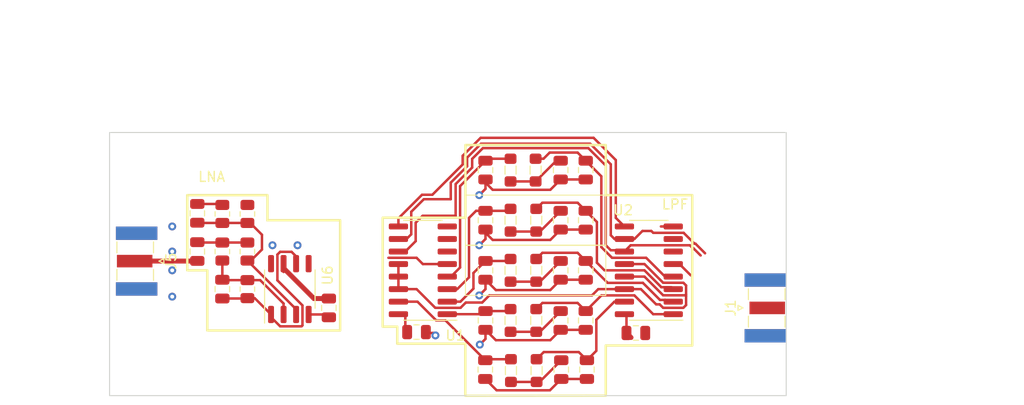
<source format=kicad_pcb>
(kicad_pcb (version 20240108) (generator "pcbnew") (generator_version "8.0")
  (layers (0 "F.Cu" signal) (31 "B.Cu" signal) (34 "B.Paste" user) (35 "F.Paste" user) (36 "B.SilkS" user "B.Silkscreen") (37 "F.SilkS" user "F.Silkscreen") (38 "B.Mask" user) (39 "F.Mask" user) (44 "Edge.Cuts" user))
  (net 0 "")
  (net 1 "+5V")
  (net 2 "GND")
  (net 3 "LPF_16_30_A")
  (net 4 "LPF_8_16_A")
  (net 5 "Net-(C7-Pad2)")
  (net 6 "LPF_8_16_B")
  (net 7 "Net-(C12-Pad2)")
  (net 8 "LPF_4_8_A")
  (net 9 "Net-(C14-Pad2)")
  (net 10 "LPF_4_8_B")
  (net 11 "LPF_2_4_A")
  (net 12 "LPF_16_30_B")
  (net 13 "Net-(C21-Pad2)")
  (net 14 "LPF_2_4_B")
  (net 16 "Net-(J1-In)")
  (net 17 "LPF_1_2_A")
  (net 19 "BAND_2")
  (net 20 "BAND_1")
  (net 21 "BAND_0")
  (net 23 "Net-(C37-Pad2)")
  (net 24 "LPF_1_2_B")
  (net 25 "Net-(U1-I5)")
  (net 26 "Net-(J5-In)")
  (net 27 "Net-(C1-Pad1)")
  (net 28 "Net-(U6--)")
  (net 29 "RF_PREAMP")
  (net 30 "Net-(U6-+)")
  (footprint "Resistor_SMD:R_0805_2012Metric" (layer "F.Cu") (at 97.79 131.445 -90)
    (property "Reference" "R11" (hide yes))
    (property "Value" "220")
    (pad "1" smd roundrect (at -0.9125 0 270) (size 1.025 1.4) (layers "F.Cu" "F.Paste" "F.Mask") (roundrect_rratio 0.243902439) (net 28 "Net-(U6--)"))
    (pad "2" smd roundrect (at 0.9125 0 270) (size 1.025 1.4) (layers "F.Cu" "F.Paste" "F.Mask") (roundrect_rratio 0.243902439) (net 29 "RF_PREAMP"))
  )
  (footprint "Capacitor_SMD:C_0805_2012Metric" (layer "F.Cu") (at 129.6 139.6 90)
    (property "Reference" "C37" (hide yes))
    (property "Value" "4.7n")
    (pad "1" smd roundrect (at -0.95 0 90) (size 1 1.45) (layers "F.Cu" "F.Paste" "F.Mask") (net 2 "GND"))
    (pad "2" smd roundrect (at 0.95 0 90) (size 1 1.45) (layers "F.Cu" "F.Paste" "F.Mask") (net 23 "Net-(C37-Pad2)"))
  )
  (footprint "Capacitor_SMD:C_0805_2012Metric" (layer "F.Cu") (at 121.92 129.54 90)
    (property "Reference" "C13" (hide yes))
    (property "Value" "1n")
    (pad "1" smd roundrect (at -0.95 0 90) (size 1 1.45) (layers "F.Cu" "F.Paste" "F.Mask") (net 2 "GND"))
    (pad "2" smd roundrect (at 0.95 0 90) (size 1 1.45) (layers "F.Cu" "F.Paste" "F.Mask") (net 8 "LPF_4_8_A"))
  )
  (footprint "Inductor_SMD:L_0805_2012Metric_Pad1.05x1.20mm_HandSolder" (layer "F.Cu") (at 124.46 134.62 90)
    (property "Reference" "L6" (hide yes))
    (property "Value" "2.2u")
    (pad "1" smd roundrect (at -1.15 0 90) (size 1.05 1.2) (layers "F.Cu" "F.Paste" "F.Mask") (roundrect_rratio 0.2380952381) (net 13 "Net-(C21-Pad2)"))
    (pad "2" smd roundrect (at 1.15 0 90) (size 1.05 1.2) (layers "F.Cu" "F.Paste" "F.Mask") (roundrect_rratio 0.2380952381) (net 11 "LPF_2_4_A"))
  )
  (footprint "Capacitor_SMD:C_0805_2012Metric" (layer "F.Cu") (at 121.92 119.38 90)
    (property "Reference" "C8" (hide yes))
    (property "Value" "330pF")
    (pad "1" smd roundrect (at -0.95 0 90) (size 1 1.45) (layers "F.Cu" "F.Paste" "F.Mask") (net 2 "GND"))
    (pad "2" smd roundrect (at 0.95 0 90) (size 1 1.45) (layers "F.Cu" "F.Paste" "F.Mask") (net 3 "LPF_16_30_A"))
  )
  (footprint "Capacitor_SMD:C_0805_2012Metric" (layer "F.Cu") (at 132.08 134.62 90)
    (property "Reference" "C22" (hide yes))
    (property "Value" "1.5n")
    (pad "1" smd roundrect (at -0.95 0 90) (size 1 1.45) (layers "F.Cu" "F.Paste" "F.Mask") (net 2 "GND"))
    (pad "2" smd roundrect (at 0.95 0 90) (size 1 1.45) (layers "F.Cu" "F.Paste" "F.Mask") (net 14 "LPF_2_4_B"))
  )
  (footprint "Inductor_SMD:L_0805_2012Metric_Pad1.05x1.20mm_HandSolder" (layer "F.Cu") (at 127.065 124.46 -90)
    (property "Reference" "L2" (hide yes))
    (property "Value" "330n")
    (pad "1" smd roundrect (at -1.15 0 270) (size 1.05 1.2) (layers "F.Cu" "F.Paste" "F.Mask") (roundrect_rratio 0.2380952381) (net 6 "LPF_8_16_B"))
    (pad "2" smd roundrect (at 1.15 0 270) (size 1.05 1.2) (layers "F.Cu" "F.Paste" "F.Mask") (roundrect_rratio 0.2380952381) (net 5 "Net-(C7-Pad2)"))
  )
  (footprint "Capacitor_SMD:C_0805_2012Metric" (layer "F.Cu") (at 132.08 119.38 90)
    (property "Reference" "C16" (hide yes))
    (property "Value" "330p")
    (pad "1" smd roundrect (at -0.95 0 90) (size 1 1.45) (layers "F.Cu" "F.Paste" "F.Mask") (net 2 "GND"))
    (pad "2" smd roundrect (at 0.95 0 90) (size 1 1.45) (layers "F.Cu" "F.Paste" "F.Mask") (net 12 "LPF_16_30_B"))
  )
  (footprint "Inductor_SMD:L_0805_2012Metric_Pad1.05x1.20mm_HandSolder" (layer "F.Cu") (at 127.065 134.62 -90)
    (property "Reference" "L7" (hide yes))
    (property "Value" "2.2u")
    (pad "1" smd roundrect (at -1.15 0 270) (size 1.05 1.2) (layers "F.Cu" "F.Paste" "F.Mask") (roundrect_rratio 0.2380952381) (net 14 "LPF_2_4_B"))
    (pad "2" smd roundrect (at 1.15 0 270) (size 1.05 1.2) (layers "F.Cu" "F.Paste" "F.Mask") (roundrect_rratio 0.2380952381) (net 13 "Net-(C21-Pad2)"))
  )
  (footprint "Capacitor_SMD:C_0805_2012Metric" (layer "F.Cu") (at 95.25 131.445 -90)
    (property "Reference" "C5" (hide yes))
    (property "Value" "22p")
    (pad "1" smd roundrect (at -0.95 0 270) (size 1 1.45) (layers "F.Cu" "F.Paste" "F.Mask") (net 28 "Net-(U6--)"))
    (pad "2" smd roundrect (at 0.95 0 270) (size 1 1.45) (layers "F.Cu" "F.Paste" "F.Mask") (net 29 "RF_PREAMP"))
  )
  (footprint "Inductor_SMD:L_0805_2012Metric_Pad1.05x1.20mm_HandSolder" (layer "F.Cu") (at 124.46 119.38 90)
    (property "Reference" "L13" (hide yes))
    (property "Value" "220n")
    (pad "1" smd roundrect (at -1.15 0 90) (size 1.05 1.2) (layers "F.Cu" "F.Paste" "F.Mask") (roundrect_rratio 0.2380952381) (net 7 "Net-(C12-Pad2)"))
    (pad "2" smd roundrect (at 1.15 0 90) (size 1.05 1.2) (layers "F.Cu" "F.Paste" "F.Mask") (roundrect_rratio 0.2380952381) (net 3 "LPF_16_30_A"))
  )
  (footprint "Package_SO:SO-8_3.9x4.9mm_P1.27mm" (layer "F.Cu") (at 102.09 131.44 90)
    (property "Reference" "U6" (at 1.392 3.828 90) (layer "F.SilkS"))
    (property "Value" "LTC6226xS8")
    (pad "1" smd roundrect (at -2.575 -1.905 90) (size 1.75 0.6) (layers "F.Cu" "F.Paste" "F.Mask") (net 29 "RF_PREAMP"))
    (pad "2" smd roundrect (at -2.575 -0.635 90) (size 1.75 0.6) (layers "F.Cu" "F.Paste" "F.Mask") (net 28 "Net-(U6--)"))
    (pad "3" smd roundrect (at -2.575 0.635 90) (size 1.75 0.6) (layers "F.Cu" "F.Paste" "F.Mask") (net 30 "Net-(U6-+)"))
    (pad "4" smd roundrect (at -2.575 1.905 90) (size 1.75 0.6) (layers "F.Cu" "F.Paste" "F.Mask") (net 2 "GND"))
    (pad "5" smd roundrect (at 2.575 1.905 90) (size 1.75 0.6) (layers "F.Cu" "F.Paste" "F.Mask") (net 2 "GND"))
    (pad "6" smd roundrect (at 2.575 0.635 90) (size 1.75 0.6) (layers "F.Cu" "F.Paste" "F.Mask") (net 29 "RF_PREAMP"))
    (pad "7" smd roundrect (at 2.575 -0.635 90) (size 1.75 0.6) (layers "F.Cu" "F.Paste" "F.Mask") (net 1 "+5V"))
    (pad "8" smd roundrect (at 2.575 -1.905 90) (size 1.75 0.6) (layers "F.Cu" "F.Paste" "F.Mask"))
  )
  (footprint "Inductor_SMD:L_0805_2012Metric_Pad1.05x1.20mm_HandSolder" (layer "F.Cu") (at 127.1 139.7 -90)
    (property "Reference" "L9" (hide yes))
    (property "Value" "4.7u")
    (pad "1" smd roundrect (at -1.15 0 270) (size 1.05 1.2) (layers "F.Cu" "F.Paste" "F.Mask") (roundrect_rratio 0.2380952381) (net 24 "LPF_1_2_B"))
    (pad "2" smd roundrect (at 1.15 0 270) (size 1.05 1.2) (layers "F.Cu" "F.Paste" "F.Mask") (roundrect_rratio 0.2380952381) (net 23 "Net-(C37-Pad2)"))
  )
  (footprint "Connector_Coaxial:SMA_Samtec_SMA-J-P-X-ST-EM1_EdgeMount" (layer "F.Cu") (at 150.2775 133.35 90)
    (property "Reference" "J1" (at 0 -3.5 90) (layer "F.SilkS"))
    (property "Value" "Antenna")
    (pad "1" smd rect (at 0 0.2 90) (size 1.27 3.6) (layers "F.Cu" "F.Paste" "F.Mask") (net 16 "Net-(J1-In)"))
    (pad "2" smd rect (at -2.825 0 90) (size 1.35 4.2) (layers "F.Cu" "F.Paste" "F.Mask"))
    (pad "2" smd rect (at -2.825 0 90) (size 1.35 4.2) (layers "B.Cu" "B.Paste" "B.Mask"))
    (pad "2" smd rect (at 2.825 0 90) (size 1.35 4.2) (layers "F.Cu" "F.Paste" "F.Mask"))
    (pad "2" smd rect (at 2.825 0 90) (size 1.35 4.2) (layers "B.Cu" "B.Paste" "B.Mask"))
  )
  (footprint "Resistor_SMD:R_0805_2012Metric" (layer "F.Cu") (at 95.25 123.825 90)
    (property "Reference" "R10" (hide yes))
    (property "Value" "10K")
    (pad "1" smd roundrect (at -0.9125 0 90) (size 1.025 1.4) (layers "F.Cu" "F.Paste" "F.Mask") (roundrect_rratio 0.243902439) (net 30 "Net-(U6-+)"))
    (pad "2" smd roundrect (at 0.9125 0 90) (size 1.025 1.4) (layers "F.Cu" "F.Paste" "F.Mask") (roundrect_rratio 0.243902439) (net 2 "GND"))
  )
  (footprint "Package_SO:SOIC-16_3.9x9.9mm_P1.27mm" (layer "F.Cu") (at 115.57 129.54 180)
    (property "Reference" "U1" (at -3.302 -6.604 0) (layer "F.SilkS"))
    (property "Value" "74CBT3251")
    (pad "1" smd roundrect (at -2.475 -4.445 180) (size 1.95 0.6) (layers "F.Cu" "F.Paste" "F.Mask") (net 11 "LPF_2_4_A"))
    (pad "2" smd roundrect (at -2.475 -3.175 180) (size 1.95 0.6) (layers "F.Cu" "F.Paste" "F.Mask") (net 8 "LPF_4_8_A"))
    (pad "3" smd roundrect (at -2.475 -1.905 180) (size 1.95 0.6) (layers "F.Cu" "F.Paste" "F.Mask") (net 4 "LPF_8_16_A"))
    (pad "4" smd roundrect (at -2.475 -0.635 180) (size 1.95 0.6) (layers "F.Cu" "F.Paste" "F.Mask") (net 3 "LPF_16_30_A"))
    (pad "5" smd roundrect (at -2.475 0.635 180) (size 1.95 0.6) (layers "F.Cu" "F.Paste" "F.Mask") (net 29 "RF_PREAMP"))
    (pad "6" smd roundrect (at -2.475 1.905 180) (size 1.95 0.6) (layers "F.Cu" "F.Paste" "F.Mask"))
    (pad "7" smd roundrect (at -2.475 3.175 180) (size 1.95 0.6) (layers "F.Cu" "F.Paste" "F.Mask") (net 2 "GND"))
    (pad "8" smd roundrect (at -2.475 4.445 180) (size 1.95 0.6) (layers "F.Cu" "F.Paste" "F.Mask") (net 2 "GND"))
    (pad "9" smd roundrect (at 2.475 4.445 180) (size 1.95 0.6) (layers "F.Cu" "F.Paste" "F.Mask") (net 19 "BAND_2"))
    (pad "10" smd roundrect (at 2.475 3.175 180) (size 1.95 0.6) (layers "F.Cu" "F.Paste" "F.Mask") (net 20 "BAND_1"))
    (pad "11" smd roundrect (at 2.475 1.905 180) (size 1.95 0.6) (layers "F.Cu" "F.Paste" "F.Mask") (net 21 "BAND_0"))
    (pad "12" smd roundrect (at 2.475 0.635 180) (size 1.95 0.6) (layers "F.Cu" "F.Paste" "F.Mask") (net 25 "Net-(U1-I5)"))
    (pad "13" smd roundrect (at 2.475 -0.635 180) (size 1.95 0.6) (layers "F.Cu" "F.Paste" "F.Mask") (net 25 "Net-(U1-I5)"))
    (pad "14" smd roundrect (at 2.475 -1.905 180) (size 1.95 0.6) (layers "F.Cu" "F.Paste" "F.Mask") (net 25 "Net-(U1-I5)"))
    (pad "15" smd roundrect (at 2.475 -3.175 180) (size 1.95 0.6) (layers "F.Cu" "F.Paste" "F.Mask") (net 17 "LPF_1_2_A"))
    (pad "16" smd roundrect (at 2.475 -4.445 180) (size 1.95 0.6) (layers "F.Cu" "F.Paste" "F.Mask") (net 1 "+5V"))
  )
  (footprint "Capacitor_SMD:C_0805_2012Metric" (layer "F.Cu") (at 132.2 139.6 90)
    (property "Reference" "C38" (hide yes))
    (property "Value" "3.3n")
    (pad "1" smd roundrect (at -0.95 0 90) (size 1 1.45) (layers "F.Cu" "F.Paste" "F.Mask") (net 2 "GND"))
    (pad "2" smd roundrect (at 0.95 0 90) (size 1 1.45) (layers "F.Cu" "F.Paste" "F.Mask") (net 24 "LPF_1_2_B"))
  )
  (footprint "Capacitor_SMD:C_0805_2012Metric" (layer "F.Cu") (at 121.92 134.62 90)
    (property "Reference" "C19" (hide yes))
    (property "Value" "1.5n")
    (pad "1" smd roundrect (at -0.95 0 90) (size 1 1.45) (layers "F.Cu" "F.Paste" "F.Mask") (net 2 "GND"))
    (pad "2" smd roundrect (at 0.95 0 90) (size 1 1.45) (layers "F.Cu" "F.Paste" "F.Mask") (net 11 "LPF_2_4_A"))
  )
  (footprint "Inductor_SMD:L_0805_2012Metric_Pad1.05x1.20mm_HandSolder" (layer "F.Cu") (at 124.5 139.7 90)
    (property "Reference" "L8" (hide yes))
    (property "Value" "4.7u")
    (pad "1" smd roundrect (at -1.15 0 90) (size 1.05 1.2) (layers "F.Cu" "F.Paste" "F.Mask") (roundrect_rratio 0.2380952381) (net 23 "Net-(C37-Pad2)"))
    (pad "2" smd roundrect (at 1.15 0 90) (size 1.05 1.2) (layers "F.Cu" "F.Paste" "F.Mask") (roundrect_rratio 0.2380952381) (net 17 "LPF_1_2_A"))
  )
  (footprint "Capacitor_SMD:C_0805_2012Metric" (layer "F.Cu") (at 129.54 124.46 90)
    (property "Reference" "C7" (hide yes))
    (property "Value" "1n")
    (pad "1" smd roundrect (at -0.95 0 90) (size 1 1.45) (layers "F.Cu" "F.Paste" "F.Mask") (net 2 "GND"))
    (pad "2" smd roundrect (at 0.95 0 90) (size 1 1.45) (layers "F.Cu" "F.Paste" "F.Mask") (net 5 "Net-(C7-Pad2)"))
  )
  (footprint "Capacitor_SMD:C_0805_2012Metric" (layer "F.Cu") (at 92.71 127.635 -90)
    (property "Reference" "C1" (hide yes))
    (property "Value" "10n")
    (pad "1" smd roundrect (at -0.95 0 270) (size 1 1.45) (layers "F.Cu" "F.Paste" "F.Mask") (net 27 "Net-(C1-Pad1)"))
    (pad "2" smd roundrect (at 0.95 0 270) (size 1 1.45) (layers "F.Cu" "F.Paste" "F.Mask") (net 26 "Net-(J5-In)"))
  )
  (footprint "Capacitor_SMD:C_0805_2012Metric" (layer "F.Cu") (at 92.71 123.764 90)
    (property "Reference" "C17" (hide yes))
    (property "Value" "100n")
    (pad "1" smd roundrect (at -0.95 0 90) (size 1 1.45) (layers "F.Cu" "F.Paste" "F.Mask") (net 30 "Net-(U6-+)"))
    (pad "2" smd roundrect (at 0.95 0 90) (size 1 1.45) (layers "F.Cu" "F.Paste" "F.Mask") (net 2 "GND"))
  )
  (footprint "Inductor_SMD:L_0805_2012Metric_Pad1.05x1.20mm_HandSolder" (layer "F.Cu") (at 124.46 129.54 90)
    (property "Reference" "L3" (hide yes))
    (property "Value" "1u")
    (pad "1" smd roundrect (at -1.15 0 90) (size 1.05 1.2) (layers "F.Cu" "F.Paste" "F.Mask") (roundrect_rratio 0.2380952381) (net 9 "Net-(C14-Pad2)"))
    (pad "2" smd roundrect (at 1.15 0 90) (size 1.05 1.2) (layers "F.Cu" "F.Paste" "F.Mask") (roundrect_rratio 0.2380952381) (net 8 "LPF_4_8_A"))
  )
  (footprint "Connector_Coaxial:SMA_Samtec_SMA-J-P-X-ST-EM1_EdgeMount" (layer "F.Cu") (at 86.5632 128.6058 -90)
    (property "Reference" "J5" (at 0 -3.5 90) (layer "F.SilkS"))
    (property "Value" "Antenna")
    (pad "1" smd rect (at 0 0.2 270) (size 1.27 3.6) (layers "F.Cu" "F.Paste" "F.Mask") (net 26 "Net-(J5-In)"))
    (pad "2" smd rect (at -2.825 0 270) (size 1.35 4.2) (layers "F.Cu" "F.Paste" "F.Mask") (net 2 "GND"))
    (pad "2" smd rect (at -2.825 0 270) (size 1.35 4.2) (layers "B.Cu" "B.Paste" "B.Mask") (net 2 "GND"))
    (pad "2" smd rect (at 2.825 0 270) (size 1.35 4.2) (layers "F.Cu" "F.Paste" "F.Mask") (net 2 "GND"))
    (pad "2" smd rect (at 2.825 0 270) (size 1.35 4.2) (layers "B.Cu" "B.Paste" "B.Mask") (net 2 "GND"))
  )
  (footprint "Capacitor_SMD:C_0805_2012Metric" (layer "F.Cu") (at 132.08 129.54 90)
    (property "Reference" "C15" (hide yes))
    (property "Value" "1n")
    (pad "1" smd roundrect (at -0.95 0 90) (size 1 1.45) (layers "F.Cu" "F.Paste" "F.Mask") (net 2 "GND"))
    (pad "2" smd roundrect (at 0.95 0 90) (size 1 1.45) (layers "F.Cu" "F.Paste" "F.Mask") (net 10 "LPF_4_8_B"))
  )
  (footprint "Capacitor_SMD:C_0805_2012Metric" (layer "F.Cu") (at 129.54 129.54 90)
    (property "Reference" "C14" (hide yes))
    (property "Value" "1n")
    (pad "1" smd roundrect (at -0.95 0 90) (size 1 1.45) (layers "F.Cu" "F.Paste" "F.Mask") (net 2 "GND"))
    (pad "2" smd roundrect (at 0.95 0 90) (size 1 1.45) (layers "F.Cu" "F.Paste" "F.Mask") (net 9 "Net-(C14-Pad2)"))
  )
  (footprint "Capacitor_SMD:C_0805_2012Metric" (layer "F.Cu") (at 121.9 139.6 90)
    (property "Reference" "C36" (hide yes))
    (property "Value" "3.3n")
    (pad "1" smd roundrect (at -0.95 0 90) (size 1 1.45) (layers "F.Cu" "F.Paste" "F.Mask") (net 2 "GND"))
    (pad "2" smd roundrect (at 0.95 0 90) (size 1 1.45) (layers "F.Cu" "F.Paste" "F.Mask") (net 17 "LPF_1_2_A"))
  )
  (footprint "Package_SO:SOIC-16_3.9x9.9mm_P1.27mm" (layer "F.Cu") (at 138.475 129.54 180)
    (property "Reference" "U2" (at 2.605 6.096 0) (layer "F.SilkS"))
    (property "Value" "74CBT3251")
    (pad "1" smd roundrect (at -2.475 -4.445 180) (size 1.95 0.6) (layers "F.Cu" "F.Paste" "F.Mask") (net 14 "LPF_2_4_B"))
    (pad "2" smd roundrect (at -2.475 -3.175 180) (size 1.95 0.6) (layers "F.Cu" "F.Paste" "F.Mask") (net 10 "LPF_4_8_B"))
    (pad "3" smd roundrect (at -2.475 -1.905 180) (size 1.95 0.6) (layers "F.Cu" "F.Paste" "F.Mask") (net 6 "LPF_8_16_B"))
    (pad "4" smd roundrect (at -2.475 -0.635 180) (size 1.95 0.6) (layers "F.Cu" "F.Paste" "F.Mask") (net 12 "LPF_16_30_B"))
    (pad "5" smd roundrect (at -2.475 0.635 180) (size 1.95 0.6) (layers "F.Cu" "F.Paste" "F.Mask") (net 16 "Net-(J1-In)"))
    (pad "6" smd roundrect (at -2.475 1.905 180) (size 1.95 0.6) (layers "F.Cu" "F.Paste" "F.Mask"))
    (pad "7" smd roundrect (at -2.475 3.175 180) (size 1.95 0.6) (layers "F.Cu" "F.Paste" "F.Mask") (net 2 "GND"))
    (pad "8" smd roundrect (at -2.475 4.445 180) (size 1.95 0.6) (layers "F.Cu" "F.Paste" "F.Mask") (net 2 "GND"))
    (pad "9" smd roundrect (at 2.475 4.445 180) (size 1.95 0.6) (layers "F.Cu" "F.Paste" "F.Mask") (net 19 "BAND_2"))
    (pad "10" smd roundrect (at 2.475 3.175 180) (size 1.95 0.6) (layers "F.Cu" "F.Paste" "F.Mask") (net 20 "BAND_1"))
    (pad "11" smd roundrect (at 2.475 1.905 180) (size 1.95 0.6) (layers "F.Cu" "F.Paste" "F.Mask") (net 21 "BAND_0"))
    (pad "12" smd roundrect (at 2.475 0.635 180) (size 1.95 0.6) (layers "F.Cu" "F.Paste" "F.Mask") (net 25 "Net-(U1-I5)"))
    (pad "13" smd roundrect (at 2.475 -0.635 180) (size 1.95 0.6) (layers "F.Cu" "F.Paste" "F.Mask") (net 25 "Net-(U1-I5)"))
    (pad "14" smd roundrect (at 2.475 -1.905 180) (size 1.95 0.6) (layers "F.Cu" "F.Paste" "F.Mask") (net 25 "Net-(U1-I5)"))
    (pad "15" smd roundrect (at 2.475 -3.175 180) (size 1.95 0.6) (layers "F.Cu" "F.Paste" "F.Mask") (net 24 "LPF_1_2_B"))
    (pad "16" smd roundrect (at 2.475 -4.445 180) (size 1.95 0.6) (layers "F.Cu" "F.Paste" "F.Mask") (net 1 "+5V"))
  )
  (footprint "Inductor_SMD:L_0805_2012Metric_Pad1.05x1.20mm_HandSolder" (layer "F.Cu") (at 127 119.38 -90)
    (property "Reference" "L5" (hide yes))
    (property "Value" "220n")
    (pad "1" smd roundrect (at -1.15 0 270) (size 1.05 1.2) (layers "F.Cu" "F.Paste" "F.Mask") (roundrect_rratio 0.2380952381) (net 12 "LPF_16_30_B"))
    (pad "2" smd roundrect (at 1.15 0 270) (size 1.05 1.2) (layers "F.Cu" "F.Paste" "F.Mask") (roundrect_rratio 0.2380952381) (net 7 "Net-(C12-Pad2)"))
  )
  (footprint "Inductor_SMD:L_0805_2012Metric_Pad1.05x1.20mm_HandSolder" (layer "F.Cu") (at 127.065 129.54 -90)
    (property "Reference" "L4" (hide yes))
    (property "Value" "1u")
    (pad "1" smd roundrect (at -1.15 0 270) (size 1.05 1.2) (layers "F.Cu" "F.Paste" "F.Mask") (roundrect_rratio 0.2380952381) (net 10 "LPF_4_8_B"))
    (pad "2" smd roundrect (at 1.15 0 270) (size 1.05 1.2) (layers "F.Cu" "F.Paste" "F.Mask") (roundrect_rratio 0.2380952381) (net 9 "Net-(C14-Pad2)"))
  )
  (footprint "Capacitor_SMD:C_0805_2012Metric" (layer "F.Cu") (at 129.54 134.62 90)
    (property "Reference" "C21" (hide yes))
    (property "Value" "2.2n")
    (pad "1" smd roundrect (at -0.95 0 90) (size 1 1.45) (layers "F.Cu" "F.Paste" "F.Mask") (net 2 "GND"))
    (pad "2" smd roundrect (at 0.95 0 90) (size 1 1.45) (layers "F.Cu" "F.Paste" "F.Mask") (net 13 "Net-(C21-Pad2)"))
  )
  (footprint "Capacitor_SMD:C_0805_2012Metric" (layer "F.Cu") (at 137.16 135.89)
    (property "Reference" "C3" (hide yes))
    (property "Value" "100n")
    (pad "1" smd roundrect (at -0.95 0) (size 1 1.45) (layers "F.Cu" "F.Paste" "F.Mask") (net 1 "+5V"))
    (pad "2" smd roundrect (at 0.95 0) (size 1 1.45) (layers "F.Cu" "F.Paste" "F.Mask") (net 2 "GND"))
  )
  (footprint "Capacitor_SMD:C_0805_2012Metric" (layer "F.Cu") (at 121.92 124.46 90)
    (property "Reference" "C6" (hide yes))
    (property "Value" "680p")
    (pad "1" smd roundrect (at -0.95 0 90) (size 1 1.45) (layers "F.Cu" "F.Paste" "F.Mask") (net 2 "GND"))
    (pad "2" smd roundrect (at 0.95 0 90) (size 1 1.45) (layers "F.Cu" "F.Paste" "F.Mask") (net 4 "LPF_8_16_A"))
  )
  (footprint "Inductor_SMD:L_0805_2012Metric_Pad1.05x1.20mm_HandSolder" (layer "F.Cu") (at 124.46 124.46 90)
    (property "Reference" "L1" (hide yes))
    (property "Value" "330n")
    (pad "1" smd roundrect (at -1.15 0 90) (size 1.05 1.2) (layers "F.Cu" "F.Paste" "F.Mask") (roundrect_rratio 0.2380952381) (net 5 "Net-(C7-Pad2)"))
    (pad "2" smd roundrect (at 1.15 0 90) (size 1.05 1.2) (layers "F.Cu" "F.Paste" "F.Mask") (roundrect_rratio 0.2380952381) (net 4 "LPF_8_16_A"))
  )
  (footprint "Resistor_SMD:R_0805_2012Metric" (layer "F.Cu") (at 95.25 127.635 -90)
    (property "Reference" "R1" (hide yes))
    (property "Value" "47")
    (pad "1" smd roundrect (at -0.9125 0 270) (size 1.025 1.4) (layers "F.Cu" "F.Paste" "F.Mask") (roundrect_rratio 0.243902439) (net 27 "Net-(C1-Pad1)"))
    (pad "2" smd roundrect (at 0.9125 0 270) (size 1.025 1.4) (layers "F.Cu" "F.Paste" "F.Mask") (roundrect_rratio 0.243902439) (net 28 "Net-(U6--)"))
  )
  (footprint "Capacitor_SMD:C_0805_2012Metric" (layer "F.Cu") (at 114.93 135.8)
    (property "Reference" "C2" (hide yes))
    (property "Value" "100n" (hide yes))
    (pad "1" smd roundrect (at -0.95 0) (size 1 1.45) (layers "F.Cu" "F.Paste" "F.Mask") (net 1 "+5V"))
    (pad "2" smd roundrect (at 0.95 0) (size 1 1.45) (layers "F.Cu" "F.Paste" "F.Mask") (net 2 "GND"))
  )
  (footprint "Capacitor_SMD:C_0805_2012Metric" (layer "F.Cu") (at 129.54 119.38 90)
    (property "Reference" "C12" (hide yes))
    (property "Value" "470p")
    (pad "1" smd roundrect (at -0.95 0 90) (size 1 1.45) (layers "F.Cu" "F.Paste" "F.Mask") (net 2 "GND"))
    (pad "2" smd roundrect (at 0.95 0 90) (size 1 1.45) (layers "F.Cu" "F.Paste" "F.Mask") (net 7 "Net-(C12-Pad2)"))
  )
  (footprint "Capacitor_SMD:C_0805_2012Metric" (layer "F.Cu") (at 132.08 124.46 90)
    (property "Reference" "C9" (hide yes))
    (property "Value" "680p")
    (pad "1" smd roundrect (at -0.95 0 90) (size 1 1.45) (layers "F.Cu" "F.Paste" "F.Mask") (net 2 "GND"))
    (pad "2" smd roundrect (at 0.95 0 90) (size 1 1.45) (layers "F.Cu" "F.Paste" "F.Mask") (net 6 "LPF_8_16_B"))
  )
  (footprint "Resistor_SMD:R_0805_2012Metric" (layer "F.Cu") (at 97.79 127.635 90)
    (property "Reference" "R12" (hide yes))
    (property "Value" "1k")
    (pad "1" smd roundrect (at -0.9125 0 90) (size 1.025 1.4) (layers "F.Cu" "F.Paste" "F.Mask") (roundrect_rratio 0.243902439) (net 30 "Net-(U6-+)"))
    (pad "2" smd roundrect (at 0.9125 0 90) (size 1.025 1.4) (layers "F.Cu" "F.Paste" "F.Mask") (roundrect_rratio 0.243902439) (net 27 "Net-(C1-Pad1)"))
  )
  (footprint "Capacitor_SMD:C_0805_2012Metric" (layer "F.Cu") (at 106.045 133.35 -90)
    (property "Reference" "C10" (hide yes))
    (property "Value" "100n")
    (pad "1" smd roundrect (at -0.95 0 270) (size 1 1.45) (layers "F.Cu" "F.Paste" "F.Mask") (net 1 "+5V"))
    (pad "2" smd roundrect (at 0.95 0 270) (size 1 1.45) (layers "F.Cu" "F.Paste" "F.Mask") (net 2 "GND"))
  )
  (footprint "Resistor_SMD:R_0805_2012Metric" (layer "F.Cu") (at 97.79 123.825 -90)
    (property "Reference" "R2" (hide yes))
    (property "Value" "10K")
    (pad "1" smd roundrect (at -0.9125 0 270) (size 1.025 1.4) (layers "F.Cu" "F.Paste" "F.Mask") (roundrect_rratio 0.243902439) (net 1 "+5V"))
    (pad "2" smd roundrect (at 0.9125 0 270) (size 1.025 1.4) (layers "F.Cu" "F.Paste" "F.Mask") (roundrect_rratio 0.243902439) (net 30 "Net-(U6-+)"))
  )
  (gr_poly (pts (xy 107.188 124.46) (xy 99.822 124.46) (xy 99.822 121.92) (xy 91.694 121.92) (xy 91.694 129.54) (xy 93.726 129.54) (xy 93.726 135.636) (xy 107.188 135.636) (xy 107.188 134.62)) (stroke (width 0.25)) (fill none) (layer "F.SilkS"))
  (gr_rect (start 119.888 121.92) (end 134.112 127) (stroke (width 0.1)) (fill none) (layer "F.SilkS"))
  (gr_rect (start 119.888 127) (end 134.112 132.08) (stroke (width 0.1)) (fill none) (layer "F.SilkS"))
  (gr_poly (pts (xy 134.112 137.16) (xy 142.875 137.16) (xy 142.875 121.92) (xy 134.112 121.92) (xy 134.112 116.84) (xy 119.888 116.84) (xy 119.888 124.206) (xy 111.506 124.206) (xy 111.5 135.25) (xy 112.975 135.25) (xy 112.975 136.975) (xy 119.875 136.975) (xy 119.875 142.25) (xy 134.112 142.24)) (stroke (width 0.25)) (fill none) (layer "F.SilkS"))
  (gr_rect (start 83.82 115.57) (end 152.4 142.24) (stroke (width 0.1)) (fill none) (layer "Edge.Cuts"))
  (gr_text "LNA" (at 92.71 120.65 0) (layer "F.SilkS") (effects (font (size 1 1)) (justify left bottom)))
  (gr_text "LPF" (at 139.7 123.444 0) (layer "F.SilkS") (effects (font (size 1 1)) (justify left bottom)))
  (segment (start 113.795 133.985) (end 113.795 135.7) (width 0.25) (layer "F.Cu") (net 1))
  (segment (start 104.536472 132.4) (end 101.455 129.318528) (width 0.5) (layer "F.Cu") (net 1))
  (segment (start 113.795 133.985) (end 113.418249 133.985) (width 0.25) (layer "F.Cu") (net 1))
  (segment (start 101.455 129.71) (end 101.455 128.865) (width 0.25) (layer "F.Cu") (net 1))
  (segment (start 106.045 132.4) (end 104.536472 132.4) (width 0.5) (layer "F.Cu") (net 1))
  (segment (start 101.455 129.318528) (end 101.455 128.865) (width 0.5) (layer "F.Cu") (net 1))
  (segment (start 136.67 136.35) (end 136.21 135.89) (width 0.5) (layer "F.Cu") (net 1))
  (segment (start 136.21 134.195) (end 136 133.985) (width 0.25) (layer "F.Cu") (net 1))
  (segment (start 136.21 135.89) (end 136.21 134.195) (width 0.25) (layer "F.Cu") (net 1))
  (segment (start 121.92 120.33) (end 121.92 121.285) (width 0.25) (layer "F.Cu") (net 2))
  (segment (start 122.65 121.38) (end 128.49 121.38) (width 0.25) (layer "F.Cu") (net 2))
  (segment (start 122.65 126.46) (end 128.49 126.46) (width 0.25) (layer "F.Cu") (net 2))
  (segment (start 95.1515 122.814) (end 95.25 122.9125) (width 0.25) (layer "F.Cu") (net 2))
  (segment (start 121.92 131.445) (end 121.285 132.08) (width 0.25) (layer "F.Cu") (net 2))
  (segment (start 129.54 125.41) (end 132.08 125.41) (width 0.25) (layer "F.Cu") (net 2))
  (segment (start 121.92 130.49) (end 122.97 131.54) (width 0.25) (layer "F.Cu") (net 2))
  (segment (start 121.92 136.492463) (end 121.343885 137.068578) (width 0.25) (layer "F.Cu") (net 2))
  (segment (start 121.92 126.365) (end 121.285 127) (width 0.25) (layer "F.Cu") (net 2))
  (segment (start 115.885 135.89) (end 116.600755 135.89) (width 0.25) (layer "F.Cu") (net 2))
  (segment (start 123.05 141.7) (end 128.45 141.7) (width 0.25) (layer "F.Cu") (net 2))
  (segment (start 129.54 130.49) (end 132.08 130.49) (width 0.25) (layer "F.Cu") (net 2))
  (segment (start 121.92 125.73) (end 122.65 126.46) (width 0.25) (layer "F.Cu") (net 2))
  (segment (start 121.9 140.55) (end 123.05 141.7) (width 0.25) (layer "F.Cu") (net 2))
  (segment (start 121.92 120.33) (end 121.92 120.65) (width 0.25) (layer "F.Cu") (net 2))
  (segment (start 128.49 121.38) (end 129.54 120.33) (width 0.25) (layer "F.Cu") (net 2))
  (segment (start 95.25 122.9125) (end 94.7185 122.9125) (width 0.25) (layer "F.Cu") (net 2))
  (segment (start 121.92 121.285) (end 121.285 121.92) (width 0.25) (layer "F.Cu") (net 2))
  (segment (start 116.600755 135.89) (end 116.845755 136.135) (width 0.25) (layer "F.Cu") (net 2))
  (segment (start 105.76 134.015) (end 106.045 134.3) (width 0.25) (layer "F.Cu") (net 2))
  (segment (start 122.97 136.62) (end 128.49 136.62) (width 0.25) (layer "F.Cu") (net 2))
  (segment (start 140.95 125.095) (end 139.7 125.095) (width 0.25) (layer "F.Cu") (net 2))
  (segment (start 129.54 120.33) (end 132.08 120.33) (width 0.25) (layer "F.Cu") (net 2))
  (segment (start 121.92 130.49) (end 121.92 131.445) (width 0.25) (layer "F.Cu") (net 2))
  (segment (start 121.92 125.41) (end 121.92 125.73) (width 0.25) (layer "F.Cu") (net 2))
  (segment (start 92.71 122.814) (end 95.1515 122.814) (width 0.25) (layer "F.Cu") (net 2))
  (segment (start 121.92 120.65) (end 122.65 121.38) (width 0.25) (layer "F.Cu") (net 2))
  (segment (start 121.92 125.41) (end 121.92 126.365) (width 0.25) (layer "F.Cu") (net 2))
  (segment (start 122.97 131.54) (end 128.49 131.54) (width 0.25) (layer "F.Cu") (net 2))
  (segment (start 121.92 135.57) (end 121.92 136.492463) (width 0.25) (layer "F.Cu") (net 2))
  (segment (start 129.6 140.55) (end 132.2 140.55) (width 0.25) (layer "F.Cu") (net 2))
  (segment (start 129.54 135.57) (end 132.08 135.57) (width 0.25) (layer "F.Cu") (net 2))
  (segment (start 121.92 135.57) (end 122.97 136.62) (width 0.25) (layer "F.Cu") (net 2))
  (segment (start 128.49 126.46) (end 129.54 125.41) (width 0.25) (layer "F.Cu") (net 2))
  (segment (start 128.45 141.7) (end 129.6 140.55) (width 0.25) (layer "F.Cu") (net 2))
  (segment (start 103.995 134.015) (end 105.76 134.015) (width 0.25) (layer "F.Cu") (net 2))
  (segment (start 128.49 136.62) (end 129.54 135.57) (width 0.25) (layer "F.Cu") (net 2))
  (segment (start 128.49 131.54) (end 129.54 130.49) (width 0.25) (layer "F.Cu") (net 2))
  (via (at 121.343885 137.068578) (size 0.8) (drill 0.4) (layers "F.Cu" "B.Cu") (net 2))
  (via (at 90.17 125.095) (size 0.8) (drill 0.4) (layers "F.Cu" "B.Cu") (net 2))
  (via (at 116.845755 136.135) (size 0.8) (drill 0.4) (layers "F.Cu" "B.Cu") (net 2))
  (via (at 121.285 121.92) (size 0.8) (drill 0.4) (layers "F.Cu" "B.Cu") (net 2))
  (via (at 100.33 127) (size 0.8) (drill 0.4) (layers "F.Cu" "B.Cu") (net 2))
  (via (at 121.285 127) (size 0.8) (drill 0.4) (layers "F.Cu" "B.Cu") (net 2))
  (via (at 102.87 127) (size 0.8) (drill 0.4) (layers "F.Cu" "B.Cu") (net 2))
  (via (at 90.17 129.54) (size 0.8) (drill 0.4) (layers "F.Cu" "B.Cu") (net 2))
  (via (at 121.285 132.08) (size 0.8) (drill 0.4) (layers "F.Cu" "B.Cu") (net 2))
  (via (at 90.17 127.635) (size 0.8) (drill 0.4) (layers "F.Cu" "B.Cu") (net 2))
  (via (at 90.17 132.207) (size 0.8) (drill 0.4) (layers "F.Cu" "B.Cu") (net 2))
  (segment (start 118.045 130.175) (end 118.421751 130.175) (width 0.25) (layer "F.Cu") (net 3))
  (segment (start 118.421751 130.175) (end 119.345 129.251751) (width 0.25) (layer "F.Cu") (net 3))
  (segment (start 119.345 121.005) (end 121.92 118.43) (width 0.25) (layer "F.Cu") (net 3))
  (segment (start 124.46 118.23) (end 122.12 118.23) (width 0.25) (layer "F.Cu") (net 3))
  (segment (start 119.345 129.251751) (end 119.345 121.005) (width 0.25) (layer "F.Cu") (net 3))
  (segment (start 122.12 118.23) (end 121.92 118.43) (width 0.25) (layer "F.Cu") (net 3))
  (segment (start 119.058147 131.445) (end 118.045 131.445) (width 0.25) (layer "F.Cu") (net 4))
  (segment (start 121.92 123.51) (end 120.965 123.51) (width 0.25) (layer "F.Cu") (net 4))
  (segment (start 124.26 123.51) (end 124.46 123.31) (width 0.25) (layer "F.Cu") (net 4))
  (segment (start 120.25 130.253147) (end 119.058147 131.445) (width 0.25) (layer "F.Cu") (net 4))
  (segment (start 120.25 124.225) (end 120.25 130.253147) (width 0.25) (layer "F.Cu") (net 4))
  (segment (start 121.92 123.51) (end 124.26 123.51) (width 0.25) (layer "F.Cu") (net 4))
  (segment (start 120.965 123.51) (end 120.25 124.225) (width 0.25) (layer "F.Cu") (net 4))
  (segment (start 124.46 125.61) (end 127.065 125.61) (width 0.25) (layer "F.Cu") (net 5))
  (segment (start 127.44 125.61) (end 129.54 123.51) (width 0.25) (layer "F.Cu") (net 5))
  (segment (start 127.065 125.61) (end 127.44 125.61) (width 0.25) (layer "F.Cu") (net 5))
  (segment (start 140.95 131.445) (end 140.755 131.25) (width 0.25) (layer "F.Cu") (net 6))
  (segment (start 127.69 122.685) (end 131.255 122.685) (width 0.25) (layer "F.Cu") (net 6))
  (segment (start 133.212 128.767) (end 133.212 124.642) (width 0.25) (layer "F.Cu") (net 6))
  (segment (start 138.031853 129.54) (end 133.985 129.54) (width 0.25) (layer "F.Cu") (net 6))
  (segment (start 140.755 131.25) (end 139.741853 131.25) (width 0.25) (layer "F.Cu") (net 6))
  (segment (start 127.065 123.31) (end 127.69 122.685) (width 0.25) (layer "F.Cu") (net 6))
  (segment (start 133.212 124.642) (end 132.08 123.51) (width 0.25) (layer "F.Cu") (net 6))
  (segment (start 133.985 129.54) (end 133.212 128.767) (width 0.25) (layer "F.Cu") (net 6))
  (segment (start 139.741853 131.25) (end 138.031853 129.54) (width 0.25) (layer "F.Cu") (net 6))
  (segment (start 131.255 122.685) (end 132.08 123.51) (width 0.25) (layer "F.Cu") (net 6))
  (segment (start 127 120.53) (end 124.46 120.53) (width 0.25) (layer "F.Cu") (net 7))
  (segment (start 129.1 118.43) (end 127 120.53) (width 0.25) (layer "F.Cu") (net 7))
  (segment (start 129.54 118.43) (end 129.1 118.43) (width 0.25) (layer "F.Cu") (net 7))
  (segment (start 120.7 129.81) (end 120.7 131.395) (width 0.25) (layer "F.Cu") (net 8))
  (segment (start 119.38 132.715) (end 118.045 132.715) (width 0.25) (layer "F.Cu") (net 8))
  (segment (start 121.92 128.59) (end 120.7 129.81) (width 0.25) (layer "F.Cu") (net 8))
  (segment (start 120.7 131.395) (end 119.38 132.715) (width 0.25) (layer "F.Cu") (net 8))
  (segment (start 121.92 128.59) (end 124.26 128.59) (width 0.25) (layer "F.Cu") (net 8))
  (segment (start 124.26 128.59) (end 124.46 128.39) (width 0.25) (layer "F.Cu") (net 8))
  (segment (start 127.44 130.69) (end 129.54 128.59) (width 0.25) (layer "F.Cu") (net 9))
  (segment (start 127.065 130.69) (end 127.44 130.69) (width 0.25) (layer "F.Cu") (net 9))
  (segment (start 124.46 130.69) (end 127.065 130.69) (width 0.25) (layer "F.Cu") (net 9))
  (segment (start 137.873604 130.81) (end 134.3 130.81) (width 0.25) (layer "F.Cu") (net 10))
  (segment (start 139.603604 132.54) (end 137.873604 130.81) (width 0.25) (layer "F.Cu") (net 10))
  (segment (start 140.114645 132.54) (end 139.603604 132.54) (width 0.25) (layer "F.Cu") (net 10))
  (segment (start 140.95 132.715) (end 140.289645 132.715) (width 0.25) (layer "F.Cu") (net 10))
  (segment (start 131.255 127.765) (end 132.08 128.59) (width 0.25) (layer "F.Cu") (net 10))
  (segment (start 127.69 127.765) (end 131.255 127.765) (width 0.25) (layer "F.Cu") (net 10))
  (segment (start 127.065 128.39) (end 127.69 127.765) (width 0.25) (layer "F.Cu") (net 10))
  (segment (start 140.289645 132.715) (end 140.114645 132.54) (width 0.25) (layer "F.Cu") (net 10))
  (segment (start 134.3 130.81) (end 132.08 128.59) (width 0.25) (layer "F.Cu") (net 10))
  (segment (start 121.605 133.985) (end 121.92 133.67) (width 0.25) (layer "F.Cu") (net 11))
  (segment (start 118.045 133.985) (end 121.605 133.985) (width 0.25) (layer "F.Cu") (net 11))
  (segment (start 121.92 133.67) (end 124.26 133.67) (width 0.25) (layer "F.Cu") (net 11))
  (segment (start 124.26 133.67) (end 124.46 133.47) (width 0.25) (layer "F.Cu") (net 11))
  (segment (start 128.426827 117.605) (end 131.255 117.605) (width 0.25) (layer "F.Cu") (net 12))
  (segment (start 131.255 117.605) (end 132.08 118.43) (width 0.25) (layer "F.Cu") (net 12))
  (segment (start 133.662 127.186396) (end 133.662 120.012) (width 0.25) (layer "F.Cu") (net 12))
  (segment (start 127 118.23) (end 127.801827 118.23) (width 0.25) (layer "F.Cu") (net 12))
  (segment (start 138.206396 128.27) (end 134.745604 128.27) (width 0.25) (layer "F.Cu") (net 12))
  (segment (start 140.95 130.175) (end 140.111396 130.175) (width 0.25) (layer "F.Cu") (net 12))
  (segment (start 133.662 120.012) (end 132.08 118.43) (width 0.25) (layer "F.Cu") (net 12))
  (segment (start 127.801827 118.23) (end 128.426827 117.605) (width 0.25) (layer "F.Cu") (net 12))
  (segment (start 134.745604 128.27) (end 133.662 127.186396) (width 0.25) (layer "F.Cu") (net 12))
  (segment (start 140.111396 130.175) (end 138.206396 128.27) (width 0.25) (layer "F.Cu") (net 12))
  (segment (start 127.065 135.77) (end 127.44 135.77) (width 0.25) (layer "F.Cu") (net 13))
  (segment (start 127.44 135.77) (end 129.54 133.67) (width 0.25) (layer "F.Cu") (net 13))
  (segment (start 124.46 135.77) (end 127.065 135.77) (width 0.25) (layer "F.Cu") (net 13))
  (segment (start 140.95 133.985) (end 138.916751 133.985) (width 0.25) (layer "F.Cu") (net 14))
  (segment (start 137.011751 132.08) (end 133.67 132.08) (width 0.25) (layer "F.Cu") (net 14))
  (segment (start 133.67 132.08) (end 132.08 133.67) (width 0.25) (layer "F.Cu") (net 14))
  (segment (start 138.916751 133.985) (end 137.011751 132.08) (width 0.25) (layer "F.Cu") (net 14))
  (segment (start 127.065 133.47) (end 127.69 132.845) (width 0.25) (layer "F.Cu") (net 14))
  (segment (start 131.255 132.845) (end 132.08 133.67) (width 0.25) (layer "F.Cu") (net 14))
  (segment (start 127.69 132.845) (end 131.255 132.845) (width 0.25) (layer "F.Cu") (net 14))
  (segment (start 141.582 128.905) (end 142.725 130.048) (width 0.25) (layer "F.Cu") (net 16))
  (segment (start 140.95 128.905) (end 141.582 128.905) (width 0.25) (layer "F.Cu") (net 16))
  (segment (start 117.86 134.61) (end 116.92 134.61) (width 0.25) (layer "F.Cu") (net 17))
  (segment (start 124.5 138.55) (end 122 138.55) (width 0.25) (layer "F.Cu") (net 17))
  (segment (start 115.025 132.715) (end 113.095 132.715) (width 0.25) (layer "F.Cu") (net 17))
  (segment (start 121.9 138.65) (end 117.86 134.61) (width 0.25) (layer "F.Cu") (net 17))
  (segment (start 122 138.55) (end 121.9 138.65) (width 0.25) (layer "F.Cu") (net 17))
  (segment (start 116.92 134.61) (end 115.025 132.715) (width 0.25) (layer "F.Cu") (net 17))
  (segment (start 135.128 118.364) (end 135.128 124.223) (width 0.25) (layer "F.Cu") (net 19))
  (segment (start 113.095 124.272208) (end 115.487208 121.88) (width 0.25) (layer "F.Cu") (net 19))
  (segment (start 119.606802 118.810406) (end 119.606802 117.932233) (width 0.25) (layer "F.Cu") (net 19))
  (segment (start 119.606802 117.932233) (end 121.429035 116.11) (width 0.25) (layer "F.Cu") (net 19))
  (segment (start 132.874 116.11) (end 135.128 118.364) (width 0.25) (layer "F.Cu") (net 19))
  (segment (start 121.429035 116.11) (end 132.874 116.11) (width 0.25) (layer "F.Cu") (net 19))
  (segment (start 115.487208 121.88) (end 116.537208 121.88) (width 0.25) (layer "F.Cu") (net 19))
  (segment (start 116.537208 121.88) (end 119.606802 118.810406) (width 0.25) (layer "F.Cu") (net 19))
  (segment (start 135.128 124.223) (end 136 125.095) (width 0.25) (layer "F.Cu") (net 19))
  (segment (start 113.095 125.095) (end 113.095 124.272208) (width 0.25) (layer "F.Cu") (net 19))
  (segment (start 142.003425 125.74) (end 138.919805 125.74) (width 0.25) (layer "F.Cu") (net 20))
  (segment (start 143.095862 126.832437) (end 142.003425 125.74) (width 0.25) (layer "F.Cu") (net 20))
  (segment (start 134.62 125.984) (end 135.001 126.365) (width 0.25) (layer "F.Cu") (net 20))
  (segment (start 134.62 118.795431) (end 134.62 125.984) (width 0.25) (layer "F.Cu") (net 20))
  (segment (start 132.529569 116.705) (end 134.62 118.795431) (width 0.25) (layer "F.Cu") (net 20))
  (segment (start 118.4 120.653604) (end 118.4 122.33) (width 0.25) (layer "F.Cu") (net 20))
  (segment (start 118.4 122.33) (end 115.673604 122.33) (width 0.25) (layer "F.Cu") (net 20))
  (segment (start 137.013147 126.365) (end 136 126.365) (width 0.25) (layer "F.Cu") (net 20))
  (segment (start 121.470431 116.705) (end 132.529569 116.705) (width 0.25) (layer "F.Cu") (net 20))
  (segment (start 120.056802 118.118629) (end 120.056802 118.996802) (width 0.25) (layer "F.Cu") (net 20))
  (segment (start 137.827647 125.5505) (end 137.013147 126.365) (width 0.25) (layer "F.Cu") (net 20))
  (segment (start 135.001 126.365) (end 136 126.365) (width 0.25) (layer "F.Cu") (net 20))
  (segment (start 115.673604 122.33) (end 114.395 123.608604) (width 0.25) (layer "F.Cu") (net 20))
  (segment (start 114.395 123.608604) (end 114.395 125.889) (width 0.25) (layer "F.Cu") (net 20))
  (segment (start 138.730305 125.5505) (end 137.827647 125.5505) (width 0.25) (layer "F.Cu") (net 20))
  (segment (start 113.919 126.365) (end 113.095 126.365) (width 0.25) (layer "F.Cu") (net 20))
  (segment (start 143.194034 126.832437) (end 143.095862 126.832437) (width 0.25) (layer "F.Cu") (net 20))
  (segment (start 144.175 127.813403) (end 143.194034 126.832437) (width 0.25) (layer "F.Cu") (net 20))
  (segment (start 121.470431 116.705) (end 120.056802 118.118629) (width 0.25) (layer "F.Cu") (net 20))
  (segment (start 120.056802 118.996802) (end 118.4 120.653604) (width 0.25) (layer "F.Cu") (net 20))
  (segment (start 114.395 125.889) (end 113.919 126.365) (width 0.25) (layer "F.Cu") (net 20))
  (segment (start 138.919805 125.74) (end 138.730305 125.5505) (width 0.25) (layer "F.Cu") (net 20))
  (segment (start 132.343173 117.155) (end 134.112 118.923827) (width 0.25) (layer "F.Cu") (net 21))
  (segment (start 114.845 126.583396) (end 114.845 124.715) (width 0.25) (layer "F.Cu") (net 21))
  (segment (start 113.095 127.635) (end 113.793396 127.635) (width 0.25) (layer "F.Cu") (net 21))
  (segment (start 114.845 124.715) (end 115.55 124.01) (width 0.25) (layer "F.Cu") (net 21))
  (segment (start 121.656827 117.155) (end 132.343173 117.155) (width 0.25) (layer "F.Cu") (net 21))
  (segment (start 135.873 127.508) (end 136 127.635) (width 0.25) (layer "F.Cu") (net 21))
  (segment (start 142.972437 127.282437) (end 143.725 128.035) (width 0.25) (layer "F.Cu") (net 21))
  (segment (start 136 127.635) (end 136.635 127) (width 0.25) (layer "F.Cu") (net 21))
  (segment (start 120.57 118.241827) (end 121.656827 117.155) (width 0.25) (layer "F.Cu") (net 21))
  (segment (start 118.895 124.01) (end 118.895 120.795) (width 0.25) (layer "F.Cu") (net 21))
  (segment (start 120.57 119.12) (end 120.57 118.241827) (width 0.25) (layer "F.Cu") (net 21))
  (segment (start 118.895 120.795) (end 120.57 119.12) (width 0.25) (layer "F.Cu") (net 21))
  (segment (start 142.909466 127.282437) (end 142.972437 127.282437) (width 0.25) (layer "F.Cu") (net 21))
  (segment (start 115.55 124.01) (end 118.895 124.01) (width 0.25) (layer "F.Cu") (net 21))
  (segment (start 134.112 127) (end 134.62 127.508) (width 0.25) (layer "F.Cu") (net 21))
  (segment (start 134.62 127.508) (end 135.873 127.508) (width 0.25) (layer "F.Cu") (net 21))
  (segment (start 113.793396 127.635) (end 114.845 126.583396) (width 0.25) (layer "F.Cu") (net 21))
  (segment (start 134.112 118.923827) (end 134.112 127) (width 0.25) (layer "F.Cu") (net 21))
  (segment (start 136.635 127) (end 142.627029 127) (width 0.25) (layer "F.Cu") (net 21))
  (segment (start 142.627029 127) (end 142.909466 127.282437) (width 0.25) (layer "F.Cu") (net 21))
  (segment (start 124.5 140.85) (end 127.1 140.85) (width 0.25) (layer "F.Cu") (net 23))
  (segment (start 127.4 140.85) (end 129.6 138.65) (width 0.25) (layer "F.Cu") (net 23))
  (segment (start 127.1 140.85) (end 127.4 140.85) (width 0.25) (layer "F.Cu") (net 23))
  (segment (start 134.986853 132.715) (end 135.008249 132.715) (width 0.25) (layer "F.Cu") (net 24))
  (segment (start 127.825 137.825) (end 131.375 137.825) (width 0.25) (layer "F.Cu") (net 24))
  (segment (start 131.375 137.825) (end 132.2 138.65) (width 0.25) (layer "F.Cu") (net 24))
  (segment (start 127.1 138.55) (end 127.825 137.825) (width 0.25) (layer "F.Cu") (net 24))
  (segment (start 133.154 137.696) (end 133.154 134.547853) (width 0.25) (layer "F.Cu") (net 24))
  (segment (start 132.2 138.65) (end 133.154 137.696) (width 0.25) (layer "F.Cu") (net 24))
  (segment (start 133.154 134.547853) (end 134.986853 132.715) (width 0.25) (layer "F.Cu") (net 24))
  (segment (start 142.25 133.061751) (end 142.25 132.14) (width 0.25) (layer "F.Cu") (net 25))
  (segment (start 139.575457 132.99) (end 139.925457 133.34) (width 0.25) (layer "F.Cu") (net 25))
  (segment (start 139.925457 132.07) (end 138.030457 130.175) (width 0.25) (layer "F.Cu") (net 25))
  (segment (start 139.217208 132.99) (end 139.575457 132.99) (width 0.25) (layer "F.Cu") (net 25))
  (segment (start 142.25 132.14) (end 142.18 132.07) (width 0.25) (layer "F.Cu") (net 25))
  (segment (start 139.928249 130.8) (end 138.033249 128.905) (width 0.25) (layer "F.Cu") (net 25))
  (segment (start 141.976 130.8) (end 139.928249 130.8) (width 0.25) (layer "F.Cu") (net 25))
  (segment (start 133.35 131.445) (end 132.715 132.08) (width 0.25) (layer "F.Cu") (net 25))
  (segment (start 119.926396 132.805) (end 119.391396 133.34) (width 0.25) (layer "F.Cu") (net 25))
  (segment (start 141.971751 133.34) (end 142.25 133.061751) (width 0.25) (layer "F.Cu") (net 25))
  (segment (start 142.25 131.074) (end 141.976 130.8) (width 0.25) (layer "F.Cu") (net 25))
  (segment (start 137.672208 131.445) (end 139.217208 132.99) (width 0.25) (layer "F.Cu") (net 25))
  (segment (start 116.83 133.34) (end 114.935 131.445) (width 0.25) (layer "F.Cu") (net 25))
  (segment (start 119.391396 133.34) (end 116.83 133.34) (width 0.25) (layer "F.Cu") (net 25))
  (segment (start 142.25 132) (end 142.25 131.074) (width 0.25) (layer "F.Cu") (net 25))
  (segment (start 114.935 131.445) (end 113.095 131.445) (width 0.25) (layer "F.Cu") (net 25))
  (segment (start 139.925457 133.34) (end 141.971751 133.34) (width 0.25) (layer "F.Cu") (net 25))
  (segment (start 138.030457 130.175) (end 136 130.175) (width 0.25) (layer "F.Cu") (net 25))
  (segment (start 138.033249 128.905) (end 136 128.905) (width 0.25) (layer "F.Cu") (net 25))
  (segment (start 142.18 132.07) (end 139.925457 132.07) (width 0.25) (layer "F.Cu") (net 25))
  (segment (start 121.585305 132.805) (end 119.926396 132.805) (width 0.25) (layer "F.Cu") (net 25))
  (segment (start 136 131.445) (end 137.672208 131.445) (width 0.25) (layer "F.Cu") (net 25))
  (segment (start 113.095 131.445) (end 113.095 128.905) (width 0.25) (layer "F.Cu") (net 25))
  (segment (start 142.18 132.07) (end 142.25 132) (width 0.25) (layer "F.Cu") (net 25))
  (segment (start 122.310305 132.08) (end 121.585305 132.805) (width 0.25) (layer "F.Cu") (net 25))
  (segment (start 132.715 132.08) (end 122.310305 132.08) (width 0.25) (layer "F.Cu") (net 25))
  (segment (start 136 131.445) (end 133.35 131.445) (width 0.25) (layer "F.Cu") (net 25))
  (segment (start 92.71 128.585) (end 92.6948 128.6002) (width 0.5) (layer "F.Cu") (net 26))
  (segment (start 92.6948 128.6002) (end 86.653 128.6002) (width 0.5) (layer "F.Cu") (net 26))
  (segment (start 92.71 126.685) (end 92.7475 126.7225) (width 0.25) (layer "F.Cu") (net 27))
  (segment (start 95.25 126.7225) (end 97.79 126.7225) (width 0.25) (layer "F.Cu") (net 27))
  (segment (start 92.7475 126.7225) (end 95.25 126.7225) (width 0.25) (layer "F.Cu") (net 27))
  (segment (start 101.455 132.905) (end 99.0825 130.5325) (width 0.25) (layer "F.Cu") (net 28))
  (segment (start 95.2875 130.5325) (end 95.25 130.495) (width 0.25) (layer "F.Cu") (net 28))
  (segment (start 101.455 134.015) (end 101.455 132.905) (width 0.25) (layer "F.Cu") (net 28))
  (segment (start 95.25 130.495) (end 95.25 128.5475) (width 0.25) (layer "F.Cu") (net 28))
  (segment (start 97.79 130.5325) (end 95.2875 130.5325) (width 0.25) (layer "F.Cu") (net 28))
  (segment (start 99.0825 130.5325) (end 97.79 130.5325) (width 0.25) (layer "F.Cu") (net 28))
  (segment (start 115.57 128.905) (end 114.935 128.27) (width 0.25) (layer "F.Cu") (net 29))
  (segment (start 97.79 132.3575) (end 98.5275 132.3575) (width 0.25) (layer "F.Cu") (net 29))
  (segment (start 118.045 128.905) (end 115.57 128.905) (width 0.25) (layer "F.Cu") (net 29))
  (segment (start 102.725 128.865) (end 102.725 129.141751) (width 0.25) (layer "F.Cu") (net 29))
  (segment (start 114.935 128.27) (end 112.083249 128.27) (width 0.25) (layer "F.Cu") (net 29))
  (segment (start 102.725 128.125) (end 102.265 127.665) (width 0.25) (layer "F.Cu") (net 29))
  (segment (start 103.275 135.215) (end 101.108249 135.215) (width 0.25) (layer "F.Cu") (net 29))
  (segment (start 100.83 127.943249) (end 100.83 130.553249) (width 0.25) (layer "F.Cu") (net 29))
  (segment (start 102.725 128.865) (end 102.725 128.125) (width 0.25) (layer "F.Cu") (net 29))
  (segment (start 98.5275 132.3575) (end 100.185 134.015) (width 0.25) (layer "F.Cu") (net 29))
  (segment (start 100.83 130.553249) (end 103.37 133.093249) (width 0.25) (layer "F.Cu") (net 29))
  (segment (start 97.7525 132.395) (end 97.79 132.3575) (width 0.25) (layer "F.Cu") (net 29))
  (segment (start 102.265 127.665) (end 101.108249 127.665) (width 0.25) (layer "F.Cu") (net 29))
  (segment (start 101.108249 135.215) (end 100.185 134.291751) (width 0.25) (layer "F.Cu") (net 29))
  (segment (start 103.37 135.12) (end 103.275 135.215) (width 0.25) (layer "F.Cu") (net 29))
  (segment (start 103.37 133.093249) (end 103.37 135.12) (width 0.25) (layer "F.Cu") (net 29))
  (segment (start 101.108249 127.665) (end 100.83 127.943249) (width 0.25) (layer "F.Cu") (net 29))
  (segment (start 95.25 132.395) (end 97.7525 132.395) (width 0.25) (layer "F.Cu") (net 29))
  (segment (start 97.79 128.5475) (end 102.725 133.4825) (width 0.25) (layer "F.Cu") (net 30))
  (segment (start 98.148896 128.5475) (end 99.265 127.431396) (width 0.25) (layer "F.Cu") (net 30))
  (segment (start 97.79 124.7375) (end 95.25 124.7375) (width 0.25) (layer "F.Cu") (net 30))
  (segment (start 98.068896 124.7375) (end 97.79 124.7375) (width 0.25) (layer "F.Cu") (net 30))
  (segment (start 99.265 127.431396) (end 99.265 125.933604) (width 0.25) (layer "F.Cu") (net 30))
  (segment (start 99.265 125.933604) (end 98.068896 124.7375) (width 0.25) (layer "F.Cu") (net 30))
  (segment (start 102.725 133.4825) (end 102.725 134.015) (width 0.25) (layer "F.Cu") (net 30))
  (segment (start 97.79 128.5475) (end 98.148896 128.5475) (width 0.25) (layer "F.Cu") (net 30))
  (segment (start 95.25 124.7375) (end 92.7995 124.7375) (width 0.25) (layer "F.Cu") (net 30))
  (segment (start 92.7995 124.7375) (end 92.71 124.648) (width 0.25) (layer "F.Cu") (net 30))
)
</source>
